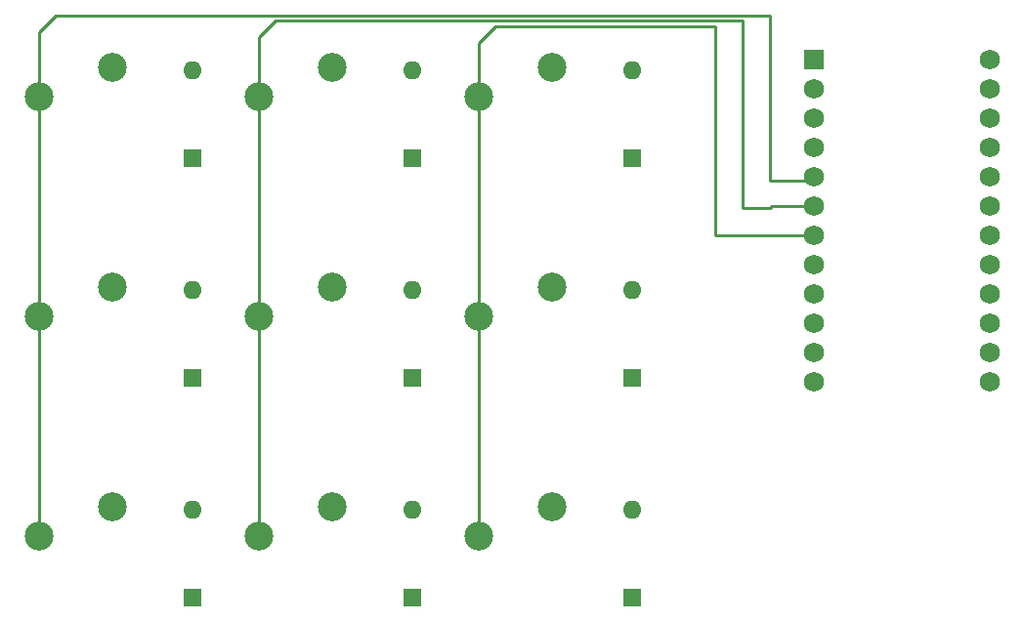
<source format=gbr>
%TF.GenerationSoftware,KiCad,Pcbnew,8.0.1*%
%TF.CreationDate,2024-04-28T14:26:27+12:00*%
%TF.ProjectId,v1,76312e6b-6963-4616-945f-706362585858,rev?*%
%TF.SameCoordinates,Original*%
%TF.FileFunction,Copper,L2,Bot*%
%TF.FilePolarity,Positive*%
%FSLAX46Y46*%
G04 Gerber Fmt 4.6, Leading zero omitted, Abs format (unit mm)*
G04 Created by KiCad (PCBNEW 8.0.1) date 2024-04-28 14:26:27*
%MOMM*%
%LPD*%
G01*
G04 APERTURE LIST*
%TA.AperFunction,ComponentPad*%
%ADD10C,2.500000*%
%TD*%
%TA.AperFunction,ComponentPad*%
%ADD11R,1.752600X1.752600*%
%TD*%
%TA.AperFunction,ComponentPad*%
%ADD12C,1.752600*%
%TD*%
%TA.AperFunction,ComponentPad*%
%ADD13R,1.600000X1.600000*%
%TD*%
%TA.AperFunction,ComponentPad*%
%ADD14O,1.600000X1.600000*%
%TD*%
%TA.AperFunction,Conductor*%
%ADD15C,0.250000*%
%TD*%
G04 APERTURE END LIST*
D10*
%TO.P,S7,1,1*%
%TO.N,Column 0*%
X124460000Y-111760000D03*
%TO.P,S7,2,2*%
%TO.N,Net-(D7-A)*%
X130810000Y-109220000D03*
%TD*%
D11*
%TO.P,U1,1,TX0/PD3*%
%TO.N,unconnected-(U1-TX0{slash}PD3-Pad1)*%
X191611250Y-70485000D03*
D12*
%TO.P,U1,2,RX1/PD2*%
%TO.N,unconnected-(U1-RX1{slash}PD2-Pad2)*%
X191611250Y-73025000D03*
%TO.P,U1,3,GND*%
%TO.N,unconnected-(U1-GND-Pad3)*%
X191611250Y-75565000D03*
%TO.P,U1,4,GND*%
%TO.N,unconnected-(U1-GND-Pad4)*%
X191611250Y-78105000D03*
%TO.P,U1,5,2/PD1*%
%TO.N,Column 0*%
X191611250Y-80645000D03*
%TO.P,U1,6,3/PD0*%
%TO.N,Column 1*%
X191611250Y-83185000D03*
%TO.P,U1,7,4/PD4*%
%TO.N,Column 2*%
X191611250Y-85725000D03*
%TO.P,U1,8,5/PC6*%
%TO.N,Row 0*%
X191611250Y-88265000D03*
%TO.P,U1,9,6/PD7*%
%TO.N,Row 1*%
X191611250Y-90805000D03*
%TO.P,U1,10,7/PE6*%
%TO.N,Row 2*%
X191611250Y-93345000D03*
%TO.P,U1,11,8/PB4*%
%TO.N,unconnected-(U1-8{slash}PB4-Pad11)*%
X191611250Y-95885000D03*
%TO.P,U1,12,9/PB5*%
%TO.N,unconnected-(U1-9{slash}PB5-Pad12)*%
X191611250Y-98425000D03*
%TO.P,U1,13,10/PB6*%
%TO.N,unconnected-(U1-10{slash}PB6-Pad13)*%
X206851250Y-98425000D03*
%TO.P,U1,14,16/PB2*%
%TO.N,unconnected-(U1-16{slash}PB2-Pad14)*%
X206851250Y-95885000D03*
%TO.P,U1,15,14/PB3*%
%TO.N,unconnected-(U1-14{slash}PB3-Pad15)*%
X206851250Y-93345000D03*
%TO.P,U1,16,15/PB1*%
%TO.N,unconnected-(U1-15{slash}PB1-Pad16)*%
X206851250Y-90805000D03*
%TO.P,U1,17,A0/PF7*%
%TO.N,unconnected-(U1-A0{slash}PF7-Pad17)*%
X206851250Y-88265000D03*
%TO.P,U1,18,A1/PF6*%
%TO.N,unconnected-(U1-A1{slash}PF6-Pad18)*%
X206851250Y-85725000D03*
%TO.P,U1,19,A2/PF5*%
%TO.N,unconnected-(U1-A2{slash}PF5-Pad19)*%
X206851250Y-83185000D03*
%TO.P,U1,20,A3/PF4*%
%TO.N,unconnected-(U1-A3{slash}PF4-Pad20)*%
X206851250Y-80645000D03*
%TO.P,U1,21,VCC*%
%TO.N,unconnected-(U1-VCC-Pad21)*%
X206851250Y-78105000D03*
%TO.P,U1,22,RST*%
%TO.N,unconnected-(U1-RST-Pad22)*%
X206851250Y-75565000D03*
%TO.P,U1,23,GND*%
%TO.N,unconnected-(U1-GND-Pad23)*%
X206851250Y-73025000D03*
%TO.P,U1,24,RAW*%
%TO.N,unconnected-(U1-RAW-Pad24)*%
X206851250Y-70485000D03*
%TD*%
D10*
%TO.P,S5,1,1*%
%TO.N,Column 1*%
X143510000Y-92710000D03*
%TO.P,S5,2,2*%
%TO.N,Net-(D5-A)*%
X149860000Y-90170000D03*
%TD*%
%TO.P,S4,1,1*%
%TO.N,Column 0*%
X124460000Y-92710000D03*
%TO.P,S4,2,2*%
%TO.N,Net-(D4-A)*%
X130810000Y-90170000D03*
%TD*%
%TO.P,S1,1,1*%
%TO.N,Column 0*%
X124460000Y-73660000D03*
%TO.P,S1,2,2*%
%TO.N,Net-(D1-A)*%
X130810000Y-71120000D03*
%TD*%
%TO.P,S3,1,1*%
%TO.N,Column 2*%
X162560000Y-73660000D03*
%TO.P,S3,2,2*%
%TO.N,Net-(D3-A)*%
X168910000Y-71120000D03*
%TD*%
%TO.P,S6,1,1*%
%TO.N,Column 2*%
X162560000Y-92710000D03*
%TO.P,S6,2,2*%
%TO.N,Net-(D6-A)*%
X168910000Y-90170000D03*
%TD*%
%TO.P,S2,1,1*%
%TO.N,Column 1*%
X143510000Y-73660000D03*
%TO.P,S2,2,2*%
%TO.N,Net-(D2-A)*%
X149860000Y-71120000D03*
%TD*%
%TO.P,S8,1,1*%
%TO.N,Column 1*%
X143510000Y-111760000D03*
%TO.P,S8,2,2*%
%TO.N,Net-(D8-A)*%
X149860000Y-109220000D03*
%TD*%
%TO.P,S9,1,1*%
%TO.N,Column 2*%
X162560000Y-111760000D03*
%TO.P,S9,2,2*%
%TO.N,Net-(D9-A)*%
X168910000Y-109220000D03*
%TD*%
D13*
%TO.P,D8,1,K*%
%TO.N,Row 2*%
X156845000Y-117157500D03*
D14*
%TO.P,D8,2,A*%
%TO.N,Net-(D8-A)*%
X156845000Y-109537500D03*
%TD*%
D13*
%TO.P,D5,1,K*%
%TO.N,Row 1*%
X156845000Y-98107500D03*
D14*
%TO.P,D5,2,A*%
%TO.N,Net-(D5-A)*%
X156845000Y-90487500D03*
%TD*%
D13*
%TO.P,D4,1,K*%
%TO.N,Row 1*%
X137795000Y-98107500D03*
D14*
%TO.P,D4,2,A*%
%TO.N,Net-(D4-A)*%
X137795000Y-90487500D03*
%TD*%
D13*
%TO.P,D2,1,K*%
%TO.N,Row 0*%
X156845000Y-79057500D03*
D14*
%TO.P,D2,2,A*%
%TO.N,Net-(D2-A)*%
X156845000Y-71437500D03*
%TD*%
D13*
%TO.P,D6,1,K*%
%TO.N,Row 1*%
X175895000Y-98107500D03*
D14*
%TO.P,D6,2,A*%
%TO.N,Net-(D6-A)*%
X175895000Y-90487500D03*
%TD*%
D13*
%TO.P,D9,1,K*%
%TO.N,Row 2*%
X175895000Y-117157500D03*
D14*
%TO.P,D9,2,A*%
%TO.N,Net-(D9-A)*%
X175895000Y-109537500D03*
%TD*%
D13*
%TO.P,D7,1,K*%
%TO.N,Row 2*%
X137795000Y-117157500D03*
D14*
%TO.P,D7,2,A*%
%TO.N,Net-(D7-A)*%
X137795000Y-109537500D03*
%TD*%
D13*
%TO.P,D3,1,K*%
%TO.N,Row 0*%
X175895000Y-79057500D03*
D14*
%TO.P,D3,2,A*%
%TO.N,Net-(D3-A)*%
X175895000Y-71437500D03*
%TD*%
D13*
%TO.P,D1,1,K*%
%TO.N,Row 0*%
X137795000Y-79057500D03*
D14*
%TO.P,D1,2,A*%
%TO.N,Net-(D1-A)*%
X137795000Y-71437500D03*
%TD*%
D15*
%TO.N,Column 0*%
X124460000Y-68103750D02*
X125888750Y-66675000D01*
X124460000Y-73660000D02*
X124460000Y-68103750D01*
X191135000Y-80962500D02*
X191452500Y-80645000D01*
X124460000Y-73660000D02*
X124460000Y-111760000D01*
X187801250Y-80962500D02*
X191135000Y-80962500D01*
X125888750Y-66675000D02*
X187801250Y-66675000D01*
X187801250Y-66675000D02*
X187801250Y-80962500D01*
%TO.N,Column 1*%
X187960000Y-83185000D02*
X191452500Y-83185000D01*
X143510000Y-68553750D02*
X144938750Y-67125000D01*
X185420000Y-83343750D02*
X187801250Y-83343750D01*
X185420000Y-67125000D02*
X185420000Y-83343750D01*
X187801250Y-83343750D02*
X187960000Y-83185000D01*
X143510000Y-73660000D02*
X143510000Y-68553750D01*
X144938750Y-67125000D02*
X185420000Y-67125000D01*
X143510000Y-73660000D02*
X143510000Y-111760000D01*
%TO.N,Column 2*%
X162560000Y-69003750D02*
X163988750Y-67575000D01*
X183038750Y-85725000D02*
X191452500Y-85725000D01*
X162560000Y-73660000D02*
X162560000Y-69003750D01*
X162560000Y-73660000D02*
X162560000Y-111760000D01*
X163988750Y-67575000D02*
X183038750Y-67575000D01*
X183038750Y-67575000D02*
X183038750Y-85725000D01*
%TD*%
M02*

</source>
